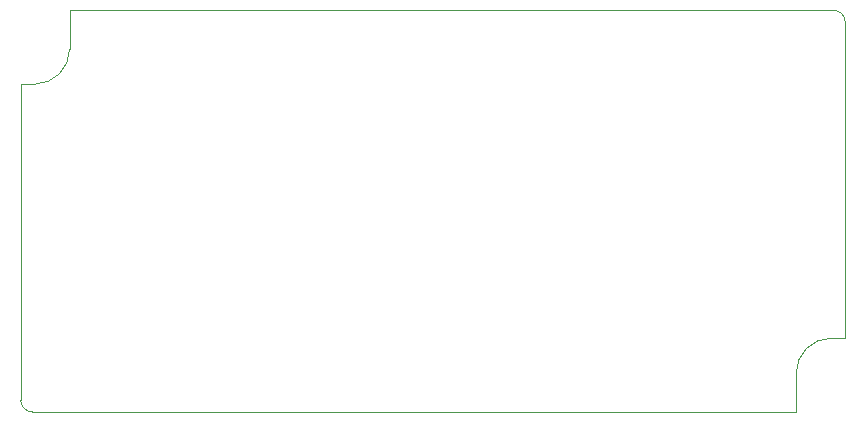
<source format=gbr>
%TF.GenerationSoftware,KiCad,Pcbnew,(5.1.9-0-10_14)*%
%TF.CreationDate,2021-04-30T00:14:49+02:00*%
%TF.ProjectId,CP-PP-miniEVsimulator,43502d50-502d-46d6-996e-69455673696d,rev?*%
%TF.SameCoordinates,Original*%
%TF.FileFunction,Profile,NP*%
%FSLAX46Y46*%
G04 Gerber Fmt 4.6, Leading zero omitted, Abs format (unit mm)*
G04 Created by KiCad (PCBNEW (5.1.9-0-10_14)) date 2021-04-30 00:14:49*
%MOMM*%
%LPD*%
G01*
G04 APERTURE LIST*
%TA.AperFunction,Profile*%
%ADD10C,0.010000*%
%TD*%
G04 APERTURE END LIST*
D10*
X93250000Y-128960000D02*
X92100000Y-128960000D01*
X96250000Y-122710000D02*
X96250000Y-125960000D01*
X96250000Y-125960000D02*
G75*
G02*
X93250000Y-128960000I-3000000J0D01*
G01*
X160920000Y-122700000D02*
G75*
G02*
X161920000Y-123700000I0J-1000000D01*
G01*
X157750000Y-153450000D02*
G75*
G02*
X160750000Y-150450000I3000000J0D01*
G01*
X160750000Y-150450000D02*
X161920000Y-150450000D01*
X161920000Y-123700000D02*
X161920000Y-150450000D01*
X157750000Y-156700000D02*
X157750000Y-153450000D01*
X93100000Y-156700000D02*
G75*
G02*
X92100000Y-155700000I0J1000000D01*
G01*
X96250000Y-122710000D02*
X160920000Y-122700000D01*
X157750000Y-156700000D02*
X93100000Y-156700000D01*
X92100000Y-128960000D02*
X92100000Y-155700000D01*
M02*

</source>
